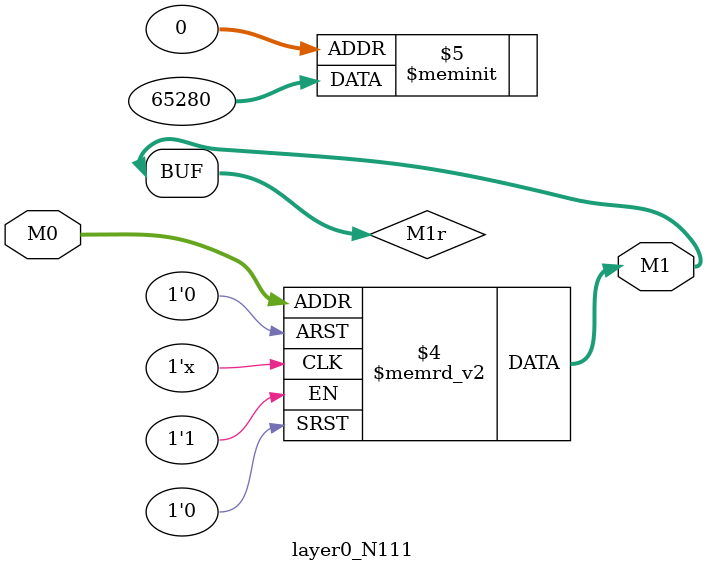
<source format=v>
module layer0_N111 ( input [3:0] M0, output [1:0] M1 );

	(*rom_style = "distributed" *) reg [1:0] M1r;
	assign M1 = M1r;
	always @ (M0) begin
		case (M0)
			4'b0000: M1r = 2'b00;
			4'b1000: M1r = 2'b00;
			4'b0100: M1r = 2'b11;
			4'b1100: M1r = 2'b00;
			4'b0010: M1r = 2'b00;
			4'b1010: M1r = 2'b00;
			4'b0110: M1r = 2'b11;
			4'b1110: M1r = 2'b00;
			4'b0001: M1r = 2'b00;
			4'b1001: M1r = 2'b00;
			4'b0101: M1r = 2'b11;
			4'b1101: M1r = 2'b00;
			4'b0011: M1r = 2'b00;
			4'b1011: M1r = 2'b00;
			4'b0111: M1r = 2'b11;
			4'b1111: M1r = 2'b00;

		endcase
	end
endmodule

</source>
